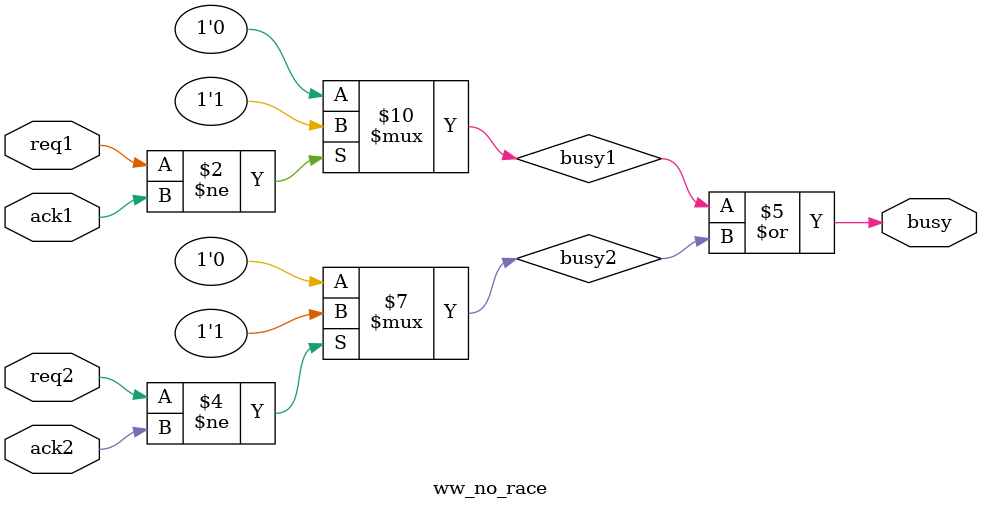
<source format=v>
module ww_no_race
(
    input req1, 
    input ack1,
    input req2,
    input ack2, 
    output busy
);

reg busy1;
reg busy2; 

always@(*) begin
    if(req1 != ack1)
        busy1 = 1'b1;
    else 
        busy1 = 1'b0;
end

always@(*) begin
    if(req2 != ack2)
        busy2 = 1'b1;
    else 
        busy2 = 1'b0;
end

assign busy = busy1 | busy2; 

endmodule


</source>
